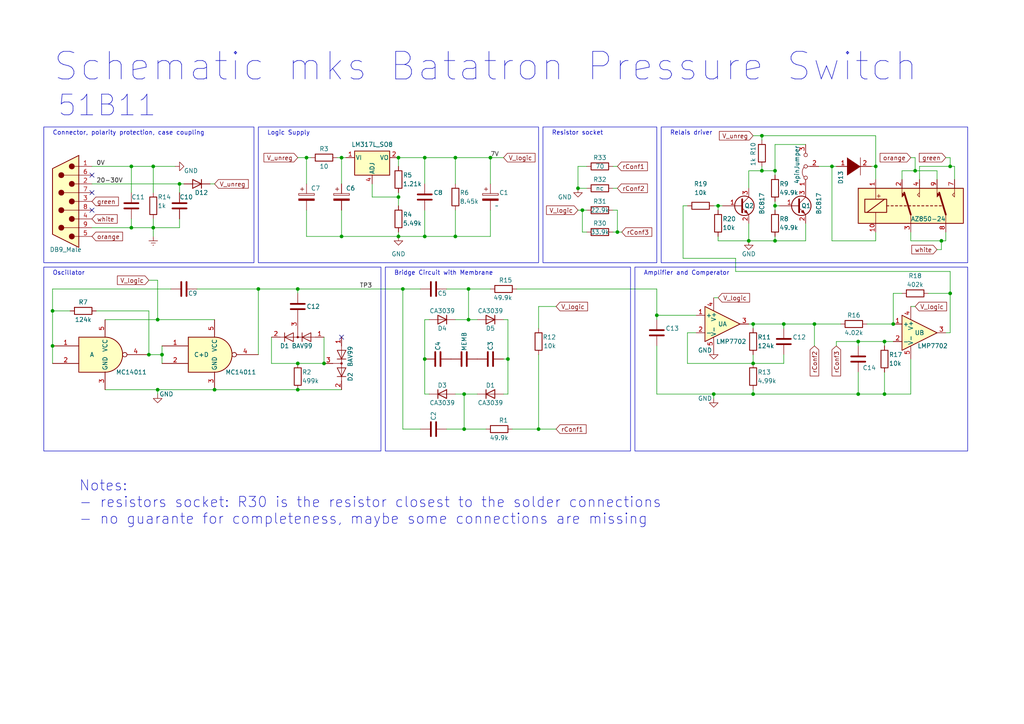
<source format=kicad_sch>
(kicad_sch (version 20230121) (generator eeschema)
  (paper "A4")
  (lib_symbols
    (symbol "74xGxx:74LVC1G00"
      (property "Reference" "U" (at -5.08 7.62 0))
      (property "Value" "74LVC1G00" (at 7.62 -7.62 0))
      (symbol "74LVC1G00_0_1"
        (arc (start 0 -5.08) (mid 5.0579 0) (end 0 5.08) (stroke (width 0.254)) (fill (type background)))
        (polyline (pts (xy 0 -5.08) (xy -7.62 -5.08) (xy -7.62 5.08) (xy 0 5.08)) (stroke (width 0.254)) (fill (type background)))
      )
      (symbol "74LVC1G00_1_1"
        (pin input line (at -15.24 2.54 0) (length 7.62) (name "~") (number "1"))
        (pin input line (at -15.24 -2.54 0) (length 7.62) (name "~") (number "2"))
        (pin power_in line (at 0 -10.16 90) (length 5.08) (name "GND") (number "3"))
        (pin output inverted (at 12.7 0 180) (length 7.62) (name "~") (number "4"))
        (pin power_in line (at 0 10.16 270) (length 5.08) (name "VCC") (number "5"))
      )
    )
    (symbol "Connector:DB9_Male" (pin_names (offset 1.016) hide)
      (property "Reference" "J" (at 0 13.97 0))
      (property "Value" "DB9_Male" (at 0 -14.605 0))
      (symbol "DB9_Male_0_1"
        (circle (center -1.778 -10.16) (radius 0.762) (fill (type outline)))
        (circle (center -1.778 -5.08) (radius 0.762) (fill (type outline)))
        (circle (center -1.778 0) (radius 0.762) (fill (type outline)))
        (circle (center -1.778 5.08) (radius 0.762) (fill (type outline)))
        (circle (center -1.778 10.16) (radius 0.762) (fill (type outline)))
        (polyline (pts (xy -3.81 -10.16) (xy -2.54 -10.16)))
        (polyline (pts (xy -3.81 -7.62) (xy 0.508 -7.62)))
        (polyline (pts (xy -3.81 -5.08) (xy -2.54 -5.08)))
        (polyline (pts (xy -3.81 -2.54) (xy 0.508 -2.54)))
        (polyline (pts (xy -3.81 0) (xy -2.54 0)))
        (polyline (pts (xy -3.81 2.54) (xy 0.508 2.54)))
        (polyline (pts (xy -3.81 5.08) (xy -2.54 5.08)))
        (polyline (pts (xy -3.81 7.62) (xy 0.508 7.62)))
        (polyline (pts (xy -3.81 10.16) (xy -2.54 10.16)))
        (polyline (pts (xy -3.81 -13.335) (xy -3.81 13.335) (xy 3.81 9.525) (xy 3.81 -9.525) (xy -3.81 -13.335)) (stroke (width 0.254)) (fill (type background)))
        (circle (center 1.27 -7.62) (radius 0.762) (fill (type outline)))
        (circle (center 1.27 -2.54) (radius 0.762) (fill (type outline)))
        (circle (center 1.27 2.54) (radius 0.762) (fill (type outline)))
        (circle (center 1.27 7.62) (radius 0.762) (fill (type outline)))
      )
      (symbol "DB9_Male_1_1"
        (pin passive line (at -7.62 -10.16 0) (length 3.81) (name "1") (number "1"))
        (pin passive line (at -7.62 -5.08 0) (length 3.81) (name "2") (number "2"))
        (pin passive line (at -7.62 0 0) (length 3.81) (name "3") (number "3"))
        (pin passive line (at -7.62 5.08 0) (length 3.81) (name "4") (number "4"))
        (pin passive line (at -7.62 10.16 0) (length 3.81) (name "5") (number "5"))
        (pin passive line (at -7.62 -7.62 0) (length 3.81) (name "6") (number "6"))
        (pin passive line (at -7.62 -2.54 0) (length 3.81) (name "7") (number "7"))
        (pin passive line (at -7.62 2.54 0) (length 3.81) (name "8") (number "8"))
        (pin passive line (at -7.62 7.62 0) (length 3.81) (name "9") (number "9"))
      )
    )
    (symbol "D_1" (pin_numbers hide) (pin_names (offset 1.016) hide)
      (property "Reference" "D" (at 0 2.54 0))
      (property "Value" "D" (at 0 -2.54 0))
      (symbol "D_1_0_1"
        (polyline (pts (xy -1.27 1.27) (xy -1.27 -1.27)) (stroke (width 0.254)))
        (polyline (pts (xy 1.27 0) (xy -1.27 0)))
        (polyline (pts (xy 1.27 1.27) (xy 1.27 -1.27) (xy -1.27 0) (xy 1.27 1.27)) (stroke (width 0.254)))
      )
      (symbol "D_1_1_1"
        (pin passive line (at -3.81 0 0) (length 2.54) (name "K") (number "1"))
        (pin passive line (at 3.81 0 180) (length 2.54) (name "A") (number "2"))
      )
    )
    (symbol "Device:C" (pin_numbers hide) (pin_names (offset 0.254))
      (property "Reference" "C" (at 0.635 2.54 0))
      (property "Value" "C" (at 0.635 -2.54 0))
      (symbol "C_0_1"
        (polyline (pts (xy -2.032 -0.762) (xy 2.032 -0.762)) (stroke (width 0.508)))
        (polyline (pts (xy -2.032 0.762) (xy 2.032 0.762)) (stroke (width 0.508)))
      )
      (symbol "C_1_1"
        (pin passive line (at 0 3.81 270) (length 2.794) (name "~") (number "1"))
        (pin passive line (at 0 -3.81 90) (length 2.794) (name "~") (number "2"))
      )
    )
    (symbol "Device:C_Polarized" (pin_numbers hide) (pin_names (offset 0.254))
      (property "Reference" "C" (at 0.635 2.54 0))
      (property "Value" "C_Polarized" (at 0.635 -2.54 0))
      (symbol "C_Polarized_0_1"
        (rectangle (start -2.286 0.508) (end 2.286 1.016))
        (polyline (pts (xy -1.778 2.286) (xy -0.762 2.286)))
        (polyline (pts (xy -1.27 2.794) (xy -1.27 1.778)))
        (rectangle (start 2.286 -0.508) (end -2.286 -1.016) (fill (type outline)))
      )
      (symbol "C_Polarized_1_1"
        (pin passive line (at 0 3.81 270) (length 2.794) (name "~") (number "1"))
        (pin passive line (at 0 -3.81 90) (length 2.794) (name "~") (number "2"))
      )
    )
    (symbol "Device:D" (pin_numbers hide) (pin_names (offset 1.016) hide)
      (property "Reference" "D" (at 0 2.54 0))
      (property "Value" "D" (at 0 -2.54 0))
      (symbol "D_0_1"
        (polyline (pts (xy -1.27 1.27) (xy -1.27 -1.27)) (stroke (width 0.254)))
        (polyline (pts (xy 1.27 0) (xy -1.27 0)))
        (polyline (pts (xy 1.27 1.27) (xy 1.27 -1.27) (xy -1.27 0) (xy 1.27 1.27)) (stroke (width 0.254)))
      )
      (symbol "D_1_1"
        (pin passive line (at -3.81 0 0) (length 2.54) (name "K") (number "1"))
        (pin passive line (at 3.81 0 180) (length 2.54) (name "A") (number "2"))
      )
    )
    (symbol "Device:R" (pin_numbers hide) (pin_names (offset 0))
      (property "Reference" "R" (at 2.032 0 90))
      (property "Value" "R" (at 0 0 90))
      (symbol "R_0_1"
        (rectangle (start -1.016 -2.54) (end 1.016 2.54) (stroke (width 0.254)))
      )
      (symbol "R_1_1"
        (pin passive line (at 0 3.81 270) (length 1.27) (name "~") (number "1"))
        (pin passive line (at 0 -3.81 90) (length 1.27) (name "~") (number "2"))
      )
    )
    (symbol "Diode:BAV99" (pin_names hide)
      (property "Reference" "D" (at 0 5.08 0))
      (property "Value" "BAV99" (at 0 2.54 0))
      (symbol "BAV99_0_1"
        (polyline (pts (xy -5.08 0) (xy 5.08 0)))
      )
      (symbol "BAV99_1_1"
        (polyline (pts (xy 0 0) (xy 0 -2.54)))
        (polyline (pts (xy -1.27 -1.27) (xy -1.27 1.27) (xy -1.27 1.27)) (stroke (width 0.2032)))
        (polyline (pts (xy 3.81 1.27) (xy 3.81 -1.27) (xy 3.81 -1.27)) (stroke (width 0.2032)))
        (polyline (pts (xy -3.81 1.27) (xy -1.27 0) (xy -3.81 -1.27) (xy -3.81 1.27) (xy -3.81 1.27) (xy -3.81 1.27)) (stroke (width 0.2032)))
        (polyline (pts (xy 1.27 1.27) (xy 3.81 0) (xy 1.27 -1.27) (xy 1.27 1.27) (xy 1.27 1.27) (xy 1.27 1.27)) (stroke (width 0.2032)))
        (circle (center 0 0) (radius 0.254) (fill (type outline)))
        (pin passive line (at -7.62 0 0) (length 2.54) (name "K") (number "1"))
        (pin passive line (at 7.62 0 180) (length 2.54) (name "A") (number "2"))
        (pin passive line (at 0 -5.08 90) (length 2.54) (name "K") (number "3"))
      )
    )
    (symbol "Jumper:Jumper_3_Bridged12" (pin_names (offset 0) hide)
      (property "Reference" "JP" (at -2.54 -2.54 0))
      (property "Value" "Jumper_3_Bridged12" (at 0 2.794 0))
      (symbol "Jumper_3_Bridged12_0_0"
        (circle (center -3.302 0) (radius 0.508))
        (circle (center 0 0) (radius 0.508))
        (circle (center 3.302 0) (radius 0.508))
      )
      (symbol "Jumper_3_Bridged12_0_1"
        (arc (start -0.254 0.508) (mid -1.651 0.9912) (end -3.048 0.508))
        (polyline (pts (xy 0 -1.27) (xy 0 -0.508)))
      )
      (symbol "Jumper_3_Bridged12_1_1"
        (pin passive line (at -6.35 0 0) (length 2.54) (name "A") (number "1"))
        (pin passive line (at 0 -3.81 90) (length 2.54) (name "C") (number "2"))
        (pin passive line (at 6.35 0 180) (length 2.54) (name "B") (number "3"))
      )
    )
    (symbol "Regulator_Linear:LM317L_SO8" (pin_names (offset 0.254))
      (property "Reference" "U" (at -3.81 3.175 0))
      (property "Value" "LM317L_SO8" (at 0 3.175 0))
      (symbol "LM317L_SO8_0_1"
        (rectangle (start -5.08 1.905) (end 5.08 -5.08) (stroke (width 0.254)) (fill (type background)))
      )
      (symbol "LM317L_SO8_1_1"
        (pin power_in line (at -7.62 0 0) (length 2.54) (name "VI") (number "1"))
        (pin power_out line (at 7.62 0 180) (length 2.54) (name "VO") (number "2"))
        (pin passive line (at 7.62 0 180) (length 2.54) hide (name "VO") (number "3"))
        (pin input line (at 0 -7.62 90) (length 2.54) (name "ADJ") (number "4"))
        (pin no_connect line (at -7.62 -2.54 0) (length 2.54) hide (name "NC") (number "5"))
        (pin passive line (at 7.62 0 180) (length 2.54) hide (name "VO") (number "6"))
        (pin passive line (at 7.62 0 180) (length 2.54) hide (name "VO") (number "7"))
        (pin no_connect line (at 7.62 -2.54 180) (length 2.54) hide (name "NC") (number "8"))
      )
    )
    (symbol "Relay:AZ850-x"
      (property "Reference" "K" (at 16.51 3.81 0))
      (property "Value" "AZ850-x" (at 16.51 1.27 0))
      (symbol "AZ850-x_0_0"
        (text "+" (at -9.271 2.921 0) (effects (font (size 1.27 1.27))))
      )
      (symbol "AZ850-x_0_1"
        (rectangle (start -15.24 5.08) (end 15.24 -5.08) (stroke (width 0.254)) (fill (type background)))
        (rectangle (start -13.335 1.905) (end -6.985 -1.905) (stroke (width 0.254)))
        (polyline (pts (xy -12.7 -1.905) (xy -7.62 1.905)) (stroke (width 0.254)))
        (polyline (pts (xy -10.16 -5.08) (xy -10.16 -1.905)))
        (polyline (pts (xy -10.16 5.08) (xy -10.16 1.905)))
        (polyline (pts (xy -6.985 0) (xy -6.35 0)) (stroke (width 0.254)))
        (polyline (pts (xy -5.715 0) (xy -5.08 0)) (stroke (width 0.254)))
        (polyline (pts (xy -4.445 0) (xy -3.81 0)) (stroke (width 0.254)))
        (polyline (pts (xy -3.175 0) (xy -2.54 0)) (stroke (width 0.254)))
        (polyline (pts (xy -1.905 0) (xy -1.27 0)) (stroke (width 0.254)))
        (polyline (pts (xy -0.635 0) (xy 0 0)) (stroke (width 0.254)))
        (polyline (pts (xy 0 -2.54) (xy -1.905 3.81)) (stroke (width 0.508)))
        (polyline (pts (xy 0 -2.54) (xy 0 -5.08)))
        (polyline (pts (xy 0.635 0) (xy 1.27 0)) (stroke (width 0.254)))
        (polyline (pts (xy 1.905 0) (xy 2.54 0)) (stroke (width 0.254)))
        (polyline (pts (xy 3.175 0) (xy 3.81 0)) (stroke (width 0.254)))
        (polyline (pts (xy 4.445 0) (xy 5.08 0)) (stroke (width 0.254)))
        (polyline (pts (xy 5.715 0) (xy 6.35 0)) (stroke (width 0.254)))
        (polyline (pts (xy 6.985 0) (xy 7.62 0)) (stroke (width 0.254)))
        (polyline (pts (xy 8.255 0) (xy 8.89 0)) (stroke (width 0.254)))
        (polyline (pts (xy 10.16 -2.54) (xy 8.255 3.81)) (stroke (width 0.508)))
        (polyline (pts (xy 10.16 -2.54) (xy 10.16 -5.08)))
        (polyline (pts (xy -2.54 5.08) (xy -2.54 2.54) (xy -1.905 3.175) (xy -2.54 3.81)) (fill (type outline)))
        (polyline (pts (xy 2.54 5.08) (xy 2.54 2.54) (xy 1.905 3.175) (xy 2.54 3.81)))
        (polyline (pts (xy 7.62 5.08) (xy 7.62 2.54) (xy 8.255 3.175) (xy 7.62 3.81)) (fill (type outline)))
        (polyline (pts (xy 12.7 5.08) (xy 12.7 2.54) (xy 12.065 3.175) (xy 12.7 3.81)))
      )
      (symbol "AZ850-x_1_1"
        (pin passive line (at -10.16 7.62 270) (length 2.54) (name "~") (number "1"))
        (pin passive line (at -10.16 -7.62 90) (length 2.54) (name "~") (number "10"))
        (pin passive line (at -2.54 7.62 270) (length 2.54) (name "~") (number "2"))
        (pin passive line (at 0 -7.62 90) (length 2.54) (name "~") (number "3"))
        (pin passive line (at 2.54 7.62 270) (length 2.54) (name "~") (number "4"))
        (pin passive line (at 12.7 7.62 270) (length 2.54) (name "~") (number "7"))
        (pin passive line (at 10.16 -7.62 90) (length 2.54) (name "~") (number "8"))
        (pin passive line (at 7.62 7.62 270) (length 2.54) (name "~") (number "9"))
      )
    )
    (symbol "Transistor_BJT:BC817" (pin_names (offset 0) hide)
      (property "Reference" "Q" (at 5.08 1.905 0))
      (property "Value" "BC817" (at 5.08 0 0))
      (symbol "BC817_0_1"
        (polyline (pts (xy 0.635 0.635) (xy 2.54 2.54)))
        (polyline (pts (xy 0.635 -0.635) (xy 2.54 -2.54) (xy 2.54 -2.54)))
        (polyline (pts (xy 0.635 1.905) (xy 0.635 -1.905) (xy 0.635 -1.905)) (stroke (width 0.508)))
        (polyline (pts (xy 1.27 -1.778) (xy 1.778 -1.27) (xy 2.286 -2.286) (xy 1.27 -1.778) (xy 1.27 -1.778)) (fill (type outline)))
        (circle (center 1.27 0) (radius 2.8194) (stroke (width 0.254)))
      )
      (symbol "BC817_1_1"
        (pin input line (at -5.08 0 0) (length 5.715) (name "B") (number "1"))
        (pin passive line (at 2.54 -5.08 90) (length 2.54) (name "E") (number "2"))
        (pin passive line (at 2.54 5.08 270) (length 2.54) (name "C") (number "3"))
      )
    )
    (symbol "power:Earth" (power) (pin_names (offset 0))
      (symbol "Earth_0_1"
        (polyline (pts (xy -0.635 -1.905) (xy 0.635 -1.905)))
        (polyline (pts (xy -0.127 -2.54) (xy 0.127 -2.54)))
        (polyline (pts (xy 0 -1.27) (xy 0 0)))
        (polyline (pts (xy 1.27 -1.27) (xy -1.27 -1.27)))
      )
      (symbol "Earth_1_1"
        (pin power_in line (at 0 0 270) (length 0) hide (name "Earth") (number "1"))
      )
    )
    (symbol "power:GND" (power) (pin_names (offset 0))
      (property "Value" "GND" (at 0 -3.81 0))
      (symbol "GND_0_1"
        (polyline (pts (xy 0 0) (xy 0 -1.27) (xy 1.27 -1.27) (xy 0 -2.54) (xy -1.27 -1.27) (xy 0 -1.27)))
      )
      (symbol "GND_1_1"
        (pin power_in line (at 0 0 270) (length 0) hide (name "GND") (number "1"))
      )
    )
    (symbol "pspice:DIODE" (pin_names (offset 1.016) hide)
      (property "Reference" "D" (at 0 3.81 0))
      (property "Value" "DIODE" (at 0 -4.445 0))
      (symbol "DIODE_0_1"
        (polyline (pts (xy 1.905 2.54) (xy 1.905 -2.54)))
        (polyline (pts (xy -1.905 2.54) (xy -1.905 -2.54) (xy 1.905 0)) (fill (type outline)))
      )
      (symbol "DIODE_1_1"
        (pin input line (at -5.08 0 0) (length 3.81) (name "K") (number "1"))
        (pin input line (at 5.08 0 180) (length 3.81) (name "A") (number "2"))
      )
    )
    (symbol "pspice:OPAMP" (pin_names (offset 0.254))
      (property "Reference" "U" (at 3.81 3.175 0))
      (property "Value" "OPAMP" (at 3.81 -3.175 0))
      (symbol "OPAMP_0_1"
        (polyline (pts (xy 5.08 0) (xy -5.08 5.08) (xy -5.08 -5.08) (xy 5.08 0)) (stroke (width 0.254)) (fill (type background)))
      )
      (symbol "OPAMP_1_1"
        (pin input line (at -7.62 2.54 0) (length 2.54) (name "+") (number "1"))
        (pin input line (at -7.62 -2.54 0) (length 2.54) (name "-") (number "2"))
        (pin output line (at 7.62 0 180) (length 2.54) (name "~") (number "3"))
        (pin power_in line (at -2.54 7.62 270) (length 3.81) (name "V+") (number "4"))
        (pin power_in line (at -2.54 -7.62 90) (length 3.81) (name "V-") (number "5"))
      )
    )
  )
  (junction (at 156.21 124.46))
  (junction (at 134.62 124.46))
  (junction (at 45.72 113.03))
  (junction (at 135.89 92.71))
  (junction (at 168.91 60.96))
  (junction (at 86.36 105.41))
  (junction (at 38.1 66.04))
  (junction (at 45.72 92.71))
  (junction (at 132.08 45.72))
  (junction (at 254 48.26))
  (junction (at 52.07 53.34))
  (junction (at 116.84 83.82))
  (junction (at 275.59 85.09))
  (junction (at 88.9 45.72))
  (junction (at 190.5 91.44))
  (junction (at 115.57 57.15))
  (junction (at 115.57 68.58))
  (junction (at 167.64 54.61))
  (junction (at 86.36 83.82))
  (junction (at 207.01 114.3))
  (junction (at 46.99 102.87))
  (junction (at 132.08 68.58))
  (junction (at 218.44 93.98))
  (junction (at 62.23 113.03))
  (junction (at 74.93 83.82))
  (junction (at 147.32 104.14))
  (junction (at 142.24 45.72))
  (junction (at 123.19 45.72))
  (junction (at 256.54 99.06))
  (junction (at 44.45 48.26))
  (junction (at 241.3 48.26))
  (junction (at 123.19 104.14))
  (junction (at 248.92 114.3))
  (junction (at 218.44 105.41))
  (junction (at 224.79 69.85))
  (junction (at 236.22 93.98))
  (junction (at 256.54 114.3))
  (junction (at 275.59 48.26))
  (junction (at 227.33 93.98))
  (junction (at 99.06 45.72))
  (junction (at 15.24 90.17))
  (junction (at 273.05 69.85))
  (junction (at 43.18 102.87))
  (junction (at 224.79 49.53))
  (junction (at 15.24 100.33))
  (junction (at 38.1 48.26))
  (junction (at 99.06 68.58))
  (junction (at 220.98 39.37))
  (junction (at 248.92 99.06))
  (junction (at 115.57 45.72))
  (junction (at 44.45 66.04))
  (junction (at 93.98 105.41))
  (junction (at 218.44 114.3))
  (junction (at 224.79 59.69))
  (junction (at 265.43 49.53))
  (junction (at 220.98 49.53))
  (junction (at 135.89 83.82))
  (junction (at 217.17 69.85))
  (junction (at 208.28 59.69))
  (junction (at 86.36 113.03))
  (junction (at 259.08 93.98))
  (junction (at 123.19 68.58))
  (junction (at 179.07 67.31))
  (junction (at 134.62 114.3))
  (no_connect (at 99.06 97.79))
  (no_connect (at 26.67 55.88))
  (no_connect (at 26.67 50.8))
  (no_connect (at 26.67 60.96))
  (wire (pts (xy 156.21 102.87) (xy 156.21 124.46)))
  (wire (pts (xy 217.17 54.61) (xy 217.17 49.53)))
  (wire (pts (xy 99.06 68.58) (xy 115.57 68.58)))
  (wire (pts (xy 129.54 124.46) (xy 134.62 124.46)))
  (wire (pts (xy 264.16 104.14) (xy 264.16 114.3)))
  (wire (pts (xy 199.39 96.52) (xy 199.39 105.41)))
  (wire (pts (xy 46.99 102.87) (xy 46.99 105.41)))
  (wire (pts (xy 218.44 114.3) (xy 207.01 114.3)))
  (wire (pts (xy 168.91 67.31) (xy 170.18 67.31)))
  (wire (pts (xy 248.92 114.3) (xy 256.54 114.3)))
  (wire (pts (xy 248.92 100.33) (xy 248.92 99.06)))
  (wire (pts (xy 273.05 69.85) (xy 264.16 69.85)))
  (wire (pts (xy 15.24 90.17) (xy 15.24 100.33)))
  (wire (pts (xy 236.22 93.98) (xy 243.84 93.98)))
  (wire (pts (xy 116.84 124.46) (xy 121.92 124.46)))
  (wire (pts (xy 220.98 49.53) (xy 224.79 49.53)))
  (wire (pts (xy 227.33 105.41) (xy 227.33 102.87)))
  (wire (pts (xy 273.05 69.85) (xy 273.05 72.39)))
  (wire (pts (xy 86.36 83.82) (xy 116.84 83.82)))
  (wire (pts (xy 217.17 93.98) (xy 218.44 93.98)))
  (wire (pts (xy 45.72 113.03) (xy 62.23 113.03)))
  (wire (pts (xy 248.92 114.3) (xy 248.92 107.95)))
  (wire (pts (xy 275.59 78.74) (xy 213.36 78.74)))
  (wire (pts (xy 254 39.37) (xy 220.98 39.37)))
  (wire (pts (xy 213.36 74.93) (xy 213.36 78.74)))
  (wire (pts (xy 167.64 48.26) (xy 170.18 48.26)))
  (wire (pts (xy 135.89 92.71) (xy 138.43 92.71)))
  (wire (pts (xy 190.5 91.44) (xy 201.93 91.44)))
  (wire (pts (xy 256.54 114.3) (xy 264.16 114.3)))
  (wire (pts (xy 217.17 64.77) (xy 217.17 69.85)))
  (wire (pts (xy 62.23 113.03) (xy 86.36 113.03)))
  (wire (pts (xy 208.28 59.69) (xy 209.55 59.69)))
  (wire (pts (xy 156.21 124.46) (xy 161.29 124.46)))
  (wire (pts (xy 273.05 69.85) (xy 274.32 69.85)))
  (wire (pts (xy 266.7 48.26) (xy 275.59 48.26)))
  (wire (pts (xy 224.79 50.8) (xy 224.79 49.53)))
  (wire (pts (xy 254 67.31) (xy 254 69.85)))
  (wire (pts (xy 38.1 66.04) (xy 26.67 66.04)))
  (wire (pts (xy 199.39 59.69) (xy 198.12 59.69)))
  (wire (pts (xy 147.32 114.3) (xy 147.32 104.14)))
  (wire (pts (xy 266.7 52.07) (xy 266.7 48.26)))
  (wire (pts (xy 254 48.26) (xy 254 52.07)))
  (wire (pts (xy 261.62 49.53) (xy 265.43 49.53)))
  (wire (pts (xy 180.34 67.31) (xy 179.07 67.31)))
  (wire (pts (xy 177.8 48.26) (xy 179.07 48.26)))
  (wire (pts (xy 177.8 67.31) (xy 179.07 67.31)))
  (wire (pts (xy 208.28 69.85) (xy 208.28 68.58)))
  (wire (pts (xy 218.44 93.98) (xy 227.33 93.98)))
  (wire (pts (xy 86.36 45.72) (xy 88.9 45.72)))
  (wire (pts (xy 208.28 69.85) (xy 217.17 69.85)))
  (wire (pts (xy 52.07 53.34) (xy 52.07 55.88)))
  (wire (pts (xy 45.72 113.03) (xy 30.48 113.03)))
  (wire (pts (xy 78.74 105.41) (xy 78.74 97.79)))
  (wire (pts (xy 132.08 53.34) (xy 132.08 45.72)))
  (wire (pts (xy 264.16 45.72) (xy 265.43 45.72)))
  (wire (pts (xy 156.21 88.9) (xy 156.21 95.25)))
  (wire (pts (xy 123.19 68.58) (xy 123.19 60.96)))
  (wire (pts (xy 275.59 85.09) (xy 275.59 78.74)))
  (wire (pts (xy 30.48 92.71) (xy 45.72 92.71)))
  (wire (pts (xy 149.86 83.82) (xy 190.5 83.82)))
  (wire (pts (xy 88.9 60.96) (xy 88.9 68.58)))
  (wire (pts (xy 264.16 67.31) (xy 264.16 69.85)))
  (wire (pts (xy 220.98 39.37) (xy 220.98 40.64)))
  (wire (pts (xy 100.33 45.72) (xy 99.06 45.72)))
  (wire (pts (xy 123.19 114.3) (xy 123.19 104.14)))
  (wire (pts (xy 218.44 105.41) (xy 218.44 102.87)))
  (wire (pts (xy 224.79 69.85) (xy 233.68 69.85)))
  (wire (pts (xy 179.07 60.96) (xy 177.8 60.96)))
  (wire (pts (xy 208.28 59.69) (xy 207.01 59.69)))
  (wire (pts (xy 224.79 41.91) (xy 233.68 41.91)))
  (wire (pts (xy 265.43 49.53) (xy 271.78 49.53)))
  (wire (pts (xy 271.78 49.53) (xy 271.78 52.07)))
  (wire (pts (xy 132.08 45.72) (xy 142.24 45.72)))
  (wire (pts (xy 26.67 53.34) (xy 52.07 53.34)))
  (wire (pts (xy 88.9 68.58) (xy 99.06 68.58)))
  (wire (pts (xy 62.23 53.34) (xy 60.96 53.34)))
  (wire (pts (xy 46.99 100.33) (xy 46.99 102.87)))
  (wire (pts (xy 123.19 45.72) (xy 123.19 53.34)))
  (wire (pts (xy 265.43 88.9) (xy 264.16 88.9)))
  (wire (pts (xy 115.57 45.72) (xy 123.19 45.72)))
  (wire (pts (xy 256.54 107.95) (xy 256.54 114.3)))
  (wire (pts (xy 242.57 99.06) (xy 248.92 99.06)))
  (wire (pts (xy 142.24 60.96) (xy 142.24 68.58)))
  (wire (pts (xy 142.24 45.72) (xy 146.05 45.72)))
  (wire (pts (xy 167.64 60.96) (xy 168.91 60.96)))
  (wire (pts (xy 199.39 105.41) (xy 218.44 105.41)))
  (wire (pts (xy 88.9 45.72) (xy 88.9 53.34)))
  (wire (pts (xy 236.22 93.98) (xy 236.22 100.33)))
  (wire (pts (xy 99.06 60.96) (xy 99.06 68.58)))
  (wire (pts (xy 146.05 104.14) (xy 147.32 104.14)))
  (wire (pts (xy 274.32 45.72) (xy 275.59 45.72)))
  (wire (pts (xy 15.24 90.17) (xy 20.32 90.17)))
  (wire (pts (xy 74.93 83.82) (xy 86.36 83.82)))
  (wire (pts (xy 86.36 105.41) (xy 93.98 105.41)))
  (wire (pts (xy 44.45 68.58) (xy 44.45 66.04)))
  (wire (pts (xy 146.05 114.3) (xy 147.32 114.3)))
  (wire (pts (xy 190.5 114.3) (xy 207.01 114.3)))
  (wire (pts (xy 198.12 59.69) (xy 198.12 74.93)))
  (wire (pts (xy 134.62 124.46) (xy 134.62 114.3)))
  (wire (pts (xy 190.5 83.82) (xy 190.5 91.44)))
  (wire (pts (xy 74.93 83.82) (xy 74.93 102.87)))
  (wire (pts (xy 251.46 93.98) (xy 259.08 93.98)))
  (wire (pts (xy 190.5 91.44) (xy 190.5 92.71)))
  (wire (pts (xy 220.98 48.26) (xy 220.98 49.53)))
  (wire (pts (xy 123.19 68.58) (xy 132.08 68.58)))
  (wire (pts (xy 43.18 90.17) (xy 27.94 90.17)))
  (wire (pts (xy 49.53 83.82) (xy 15.24 83.82)))
  (wire (pts (xy 134.62 114.3) (xy 132.08 114.3)))
  (wire (pts (xy 134.62 114.3) (xy 138.43 114.3)))
  (wire (pts (xy 224.79 58.42) (xy 224.79 59.69)))
  (wire (pts (xy 132.08 92.71) (xy 135.89 92.71)))
  (wire (pts (xy 44.45 48.26) (xy 44.45 55.88)))
  (wire (pts (xy 227.33 93.98) (xy 236.22 93.98)))
  (wire (pts (xy 241.3 48.26) (xy 241.3 69.85)))
  (wire (pts (xy 224.79 59.69) (xy 224.79 60.96)))
  (wire (pts (xy 78.74 105.41) (xy 86.36 105.41)))
  (wire (pts (xy 44.45 63.5) (xy 44.45 66.04)))
  (wire (pts (xy 43.18 102.87) (xy 46.99 102.87)))
  (wire (pts (xy 129.54 83.82) (xy 135.89 83.82)))
  (wire (pts (xy 132.08 60.96) (xy 132.08 68.58)))
  (wire (pts (xy 207.01 115.57) (xy 207.01 114.3)))
  (wire (pts (xy 271.78 72.39) (xy 273.05 72.39)))
  (wire (pts (xy 233.68 64.77) (xy 233.68 69.85)))
  (wire (pts (xy 107.95 53.34) (xy 107.95 57.15)))
  (wire (pts (xy 50.8 48.26) (xy 44.45 48.26)))
  (wire (pts (xy 198.12 74.93) (xy 213.36 74.93)))
  (wire (pts (xy 261.62 52.07) (xy 261.62 49.53)))
  (wire (pts (xy 116.84 124.46) (xy 116.84 83.82)))
  (wire (pts (xy 45.72 113.03) (xy 45.72 114.3)))
  (wire (pts (xy 123.19 92.71) (xy 123.19 104.14)))
  (wire (pts (xy 115.57 48.26) (xy 115.57 45.72)))
  (wire (pts (xy 156.21 124.46) (xy 148.59 124.46)))
  (wire (pts (xy 132.08 68.58) (xy 142.24 68.58)))
  (wire (pts (xy 167.64 54.61) (xy 170.18 54.61)))
  (wire (pts (xy 57.15 83.82) (xy 74.93 83.82)))
  (wire (pts (xy 224.79 41.91) (xy 224.79 49.53)))
  (wire (pts (xy 116.84 83.82) (xy 121.92 83.82)))
  (wire (pts (xy 217.17 69.85) (xy 224.79 69.85)))
  (wire (pts (xy 252.73 48.26) (xy 254 48.26)))
  (wire (pts (xy 99.06 53.34) (xy 99.06 45.72)))
  (wire (pts (xy 179.07 54.61) (xy 177.8 54.61)))
  (wire (pts (xy 237.49 48.26) (xy 241.3 48.26)))
  (wire (pts (xy 124.46 92.71) (xy 123.19 92.71)))
  (wire (pts (xy 242.57 100.33) (xy 242.57 99.06)))
  (wire (pts (xy 199.39 96.52) (xy 201.93 96.52)))
  (wire (pts (xy 86.36 113.03) (xy 99.06 113.03)))
  (wire (pts (xy 220.98 49.53) (xy 217.17 49.53)))
  (wire (pts (xy 218.44 114.3) (xy 218.44 113.03)))
  (wire (pts (xy 218.44 114.3) (xy 248.92 114.3)))
  (wire (pts (xy 227.33 95.25) (xy 227.33 93.98)))
  (wire (pts (xy 275.59 85.09) (xy 275.59 96.52)))
  (wire (pts (xy 43.18 81.28) (xy 45.72 81.28)))
  (wire (pts (xy 179.07 67.31) (xy 179.07 60.96)))
  (wire (pts (xy 115.57 68.58) (xy 123.19 68.58)))
  (wire (pts (xy 276.86 48.26) (xy 276.86 52.07)))
  (wire (pts (xy 38.1 48.26) (xy 26.67 48.26)))
  (wire (pts (xy 134.62 124.46) (xy 140.97 124.46)))
  (wire (pts (xy 224.79 59.69) (xy 226.06 59.69)))
  (wire (pts (xy 241.3 69.85) (xy 254 69.85)))
  (wire (pts (xy 274.32 69.85) (xy 274.32 67.31)))
  (wire (pts (xy 190.5 100.33) (xy 190.5 114.3)))
  (wire (pts (xy 248.92 99.06) (xy 256.54 99.06)))
  (wire (pts (xy 88.9 45.72) (xy 90.17 45.72)))
  (wire (pts (xy 147.32 92.71) (xy 146.05 92.71)))
  (wire (pts (xy 269.24 85.09) (xy 275.59 85.09)))
  (wire (pts (xy 208.28 60.96) (xy 208.28 59.69)))
  (wire (pts (xy 261.62 85.09) (xy 259.08 85.09)))
  (wire (pts (xy 43.18 90.17) (xy 43.18 102.87)))
  (wire (pts (xy 275.59 48.26) (xy 276.86 48.26)))
  (wire (pts (xy 45.72 81.28) (xy 45.72 92.71)))
  (wire (pts (xy 52.07 63.5) (xy 52.07 66.04)))
  (wire (pts (xy 115.57 68.58) (xy 115.57 67.31)))
  (wire (pts (xy 124.46 114.3) (xy 123.19 114.3)))
  (wire (pts (xy 52.07 66.04) (xy 44.45 66.04)))
  (wire (pts (xy 218.44 105.41) (xy 227.33 105.41)))
  (wire (pts (xy 107.95 57.15) (xy 115.57 57.15)))
  (wire (pts (xy 115.57 57.15) (xy 115.57 59.69)))
  (wire (pts (xy 218.44 39.37) (xy 220.98 39.37)))
  (wire (pts (xy 161.29 88.9) (xy 156.21 88.9)))
  (wire (pts (xy 265.43 45.72) (xy 265.43 49.53)))
  (wire (pts (xy 256.54 100.33) (xy 256.54 99.06)))
  (wire (pts (xy 38.1 48.26) (xy 44.45 48.26)))
  (wire (pts (xy 15.24 83.82) (xy 15.24 90.17)))
  (wire (pts (xy 123.19 45.72) (xy 132.08 45.72)))
  (wire (pts (xy 86.36 85.09) (xy 86.36 83.82)))
  (wire (pts (xy 275.59 45.72) (xy 275.59 48.26)))
  (wire (pts (xy 168.91 60.96) (xy 170.18 60.96)))
  (wire (pts (xy 52.07 53.34) (xy 53.34 53.34)))
  (wire (pts (xy 135.89 92.71) (xy 135.89 83.82)))
  (wire (pts (xy 242.57 48.26) (xy 241.3 48.26)))
  (wire (pts (xy 256.54 99.06) (xy 259.08 99.06)))
  (wire (pts (xy 135.89 83.82) (xy 142.24 83.82)))
  (wire (pts (xy 38.1 66.04) (xy 44.45 66.04)))
  (wire (pts (xy 168.91 60.96) (xy 168.91 67.31)))
  (wire (pts (xy 275.59 96.52) (xy 274.32 96.52)))
  (wire (pts (xy 254 48.26) (xy 254 39.37)))
  (wire (pts (xy 218.44 95.25) (xy 218.44 93.98)))
  (wire (pts (xy 147.32 104.14) (xy 147.32 92.71)))
  (wire (pts (xy 45.72 92.71) (xy 62.23 92.71)))
  (wire (pts (xy 208.28 86.36) (xy 207.01 86.36)))
  (wire (pts (xy 38.1 48.26) (xy 38.1 55.88)))
  (wire (pts (xy 97.79 45.72) (xy 99.06 45.72)))
  (wire (pts (xy 142.24 45.72) (xy 142.24 53.34)))
  (wire (pts (xy 167.64 48.26) (xy 167.64 54.61)))
  (wire (pts (xy 38.1 63.5) (xy 38.1 66.04)))
  (wire (pts (xy 93.98 97.79) (xy 93.98 105.41)))
  (wire (pts (xy 115.57 55.88) (xy 115.57 57.15)))
  (wire (pts (xy 15.24 100.33) (xy 15.24 105.41)))
  (wire (pts (xy 259.08 85.09) (xy 259.08 93.98)))
  (wire (pts (xy 224.79 68.58) (xy 224.79 69.85)))
  (rectangle (start 111.76 77.47) (end 182.88 130.81))
  (rectangle (start 191.77 36.83) (end 280.67 76.2))
  (rectangle (start 157.48 36.83) (end 190.5 76.2))
  (rectangle (start 184.15 77.47) (end 280.67 130.81))
  (rectangle (start 12.7 77.47) (end 110.49 130.81))
  (rectangle (start 12.7 36.83) (end 73.66 76.2))
  (rectangle (start 74.93 36.83) (end 156.21 76.2))
  (text "Bridge Circuit with Membrane" (at 114.3 80.01 0) (effects (font (size 1.27 1.27)) (justify left bottom)))
  (text "Relais driver" (at 194.31 39.37 0) (effects (font (size 1.27 1.27)) (justify left bottom)))
  (text "Amplifier and Comperator" (at 186.69 80.01 0) (effects (font (size 1.27 1.27)) (justify left bottom)))
  (text "Schematic mks Batatron Pressure Switch" (at 15.24 24.13 0) (effects (font (size 8 8)) (justify left bottom)))
  (text "Resistor socket" (at 160.02 39.37 0) (effects (font (size 1.27 1.27)) (justify left bottom)))
  (text "Oscillator\n" (at 15.24 80.01 0) (effects (font (size 1.27 1.27)) (justify left bottom)))
  (text "Connector, polarity protection, case coupling\n" (at 15.24 39.37 0) (effects (font (size 1.27 1.27)) (justify left bottom)))
  (text "Notes:\n- resistors socket: R30 is the resistor closest to the solder connections\n- no guarante for completeness, maybe some connections are missing" (at 22.86 152.4 0) (effects (font (size 3 3)) (justify left bottom)))
  (text "Logic Supply\n" (at 77.47 39.37 0) (effects (font (size 1.27 1.27)) (justify left bottom)))
  (text "51B11" (at 16.51 34.29 0) (effects (font (size 6 6)) (justify left bottom)))
  (label "TP3" (at 107.95 83.82 180))
  (label "0V" (at 27.94 48.26 0))
  (label "7V" (at 142.24 45.72 0))
  (label "20-30V" (at 27.94 53.34 0))
  (global_label "V_logic" (shape input) (at 265.43 88.9 0) (property "Intersheetrefs" "${INTERSHEET_REFS}" (effects hide)))
  (global_label "V_logic" (shape input) (at 43.18 81.28 180) (property "Intersheetrefs" "${INTERSHEET_REFS}" (effects hide)))
  (global_label "rConf3" (shape input) (at 180.34 67.31 0) (property "Intersheetrefs" "${INTERSHEET_REFS}" (effects hide)))
  (global_label "V_logic" (shape input) (at 208.28 86.36 0) (property "Intersheetrefs" "${INTERSHEET_REFS}" (effects hide)))
  (global_label "V_logic" (shape input) (at 146.05 45.72 0) (property "Intersheetrefs" "${INTERSHEET_REFS}" (effects hide)))
  (global_label "green" (shape input) (at 274.32 45.72 180) (property "Intersheetrefs" "${INTERSHEET_REFS}" (effects hide)))
  (global_label "V_unreg" (shape input) (at 86.36 45.72 180) (property "Intersheetrefs" "${INTERSHEET_REFS}" (effects hide)))
  (global_label "orange" (shape input) (at 264.16 45.72 180) (property "Intersheetrefs" "${INTERSHEET_REFS}" (effects hide)))
  (global_label "rConf2" (shape input) (at 236.22 100.33 270) (property "Intersheetrefs" "${INTERSHEET_REFS}" (effects hide)))
  (global_label "V_logic" (shape input) (at 167.64 60.96 180) (property "Intersheetrefs" "${INTERSHEET_REFS}" (effects hide)))
  (global_label "white" (shape input) (at 26.67 63.5 0) (property "Intersheetrefs" "${INTERSHEET_REFS}" (effects hide)))
  (global_label "rConf2" (shape input) (at 179.07 54.61 0) (property "Intersheetrefs" "${INTERSHEET_REFS}" (effects hide)))
  (global_label "white" (shape input) (at 271.78 72.39 180) (property "Intersheetrefs" "${INTERSHEET_REFS}" (effects hide)))
  (global_label "V_logic" (shape input) (at 161.29 88.9 0) (property "Intersheetrefs" "${INTERSHEET_REFS}" (effects hide)))
  (global_label "rConf1" (shape input) (at 161.29 124.46 0) (property "Intersheetrefs" "${INTERSHEET_REFS}" (effects hide)))
  (global_label "V_unreg" (shape input) (at 62.23 53.34 0) (property "Intersheetrefs" "${INTERSHEET_REFS}" (effects hide)))
  (global_label "green" (shape input) (at 26.67 58.42 0) (property "Intersheetrefs" "${INTERSHEET_REFS}" (effects hide)))
  (global_label "V_unreg" (shape input) (at 218.44 39.37 180) (property "Intersheetrefs" "${INTERSHEET_REFS}" (effects hide)))
  (global_label "rConf1" (shape input) (at 179.07 48.26 0) (property "Intersheetrefs" "${INTERSHEET_REFS}" (effects hide)))
  (global_label "rConf3" (shape input) (at 242.57 100.33 270) (property "Intersheetrefs" "${INTERSHEET_REFS}" (effects hide)))
  (global_label "orange" (shape input) (at 26.67 68.58 0) (property "Intersheetrefs" "${INTERSHEET_REFS}" (effects hide)))
  (symbol (lib_id "Device:C") (at 190.5 96.52 0) (unit 1)
    (property "Reference" "C13" (at 193.04 95.25 0) (effects (justify left)))
    (property "Value" "C" (effects hide))
  )
  (symbol (lib_id "Device:R") (at 93.98 45.72 90) (unit 1)
    (property "Reference" "R3" (at 93.98 43.18 90))
    (property "Value" "10" (at 93.98 48.26 90))
  )
  (symbol (lib_id "Device:C") (at 134.62 104.14 90) (unit 1)
    (property "Reference" "MEMB" (at 134.62 99.06 0))
    (property "Value" "C" (effects hide))
  )
  (symbol (lib_id "Device:D") (at 128.27 92.71 180) (unit 1)
    (property "Reference" "D4" (at 128.27 95.25 0))
    (property "Value" "CA3039" (at 128.27 90.17 0))
  )
  (symbol (lib_id "Transistor_BJT:BC817") (at 214.63 59.69 0) (unit 1)
    (property "Reference" "Q2" (at 215.9 59.69 0) (effects (justify left)))
    (property "Value" "BC817" (at 220.98 62.23 90) (effects (justify left)))
    (property "Footprint" "Package_TO_SOT_SMD:SOT-23" (effects hide))
    (property "Datasheet" "https://www.onsemi.com/pub/Collateral/BC818-D.pdf" (effects hide))
  )
  (symbol (lib_id "Device:R") (at 173.99 67.31 90) (unit 1)
    (property "Reference" "R30" (at 173.99 64.77 90))
    (property "Value" "33.9k" (at 173.99 67.31 90))
  )
  (symbol (lib_id "Device:R") (at 256.54 104.14 180) (unit 1)
    (property "Reference" "R17" (at 257.81 102.87 0) (effects (justify right)))
    (property "Value" "10k" (at 257.81 105.41 0) (effects (justify right)))
  )
  (symbol (lib_id "Device:R") (at 115.57 52.07 0) (unit 1)
    (property "Reference" "R5" (at 116.84 50.8 0) (effects (justify left)))
    (property "Value" "1.21k" (at 116.84 53.34 0) (effects (justify left)))
  )
  (symbol (lib_id "Device:C") (at 227.33 99.06 0) (unit 1)
    (property "Reference" "C12" (at 229.87 97.79 0) (effects (justify left)))
    (property "Value" "C" (effects hide))
  )
  (symbol (lib_id "power:GND") (at 45.72 114.3 0) (unit 1)
    (property "Reference" "#PWR05" (effects hide))
    (property "Value" "GND" (at 48.26 114.3 0))
  )
  (symbol (lib_id "Device:R") (at 220.98 44.45 0) (unit 1)
    (property "Reference" "R10" (at 218.44 43.18 90))
    (property "Value" "1k" (at 218.44 46.99 90))
  )
  (symbol (lib_id "74xGxx:74LVC1G00") (at 30.48 102.87 0) (unit 1)
    (property "Reference" "A" (at 26.67 102.87 0))
    (property "Value" "MC14011" (at 38.1 107.95 0))
    (property "Datasheet" "https://www.ti.com/lit/ds/symlink/sn74lvc1g00.pdf" (effects hide))
  )
  (symbol (lib_id "Device:R") (at 224.79 54.61 0) (unit 1)
    (property "Reference" "R9" (at 226.06 53.34 0) (effects (justify left)))
    (property "Value" "49.9k" (at 226.06 55.88 0) (effects (justify left)))
  )
  (symbol (lib_id "Device:D") (at 142.24 114.3 0) (unit 1)
    (property "Reference" "D1" (at 142.24 111.76 0))
    (property "Value" "CA3039" (at 142.24 116.84 0))
  )
  (symbol (lib_id "Device:R") (at 208.28 64.77 0) (unit 1)
    (property "Reference" "R20" (at 209.55 63.5 0) (effects (justify left)))
    (property "Value" "10k" (at 209.55 66.04 0) (effects (justify left)))
  )
  (symbol (lib_id "power:GND") (at 50.8 48.26 90) (unit 1)
    (property "Reference" "#PWR?" (effects hide))
    (property "Value" "GND" (at 53.34 49.53 90) (effects (justify right)))
  )
  (symbol (lib_name "D_1") (lib_id "Device:D") (at 57.15 53.34 180) (unit 1)
    (property "Reference" "D12" (at 58.42 55.88 0))
    (property "Value" "D" (effects hide))
    (property "Sim.Device" "D" (effects hide))
    (property "Sim.Pins" "1=K 2=A" (effects hide))
  )
  (symbol (lib_id "74xGxx:74LVC1G00") (at 62.23 102.87 0) (unit 1)
    (property "Reference" "C+D" (at 58.42 102.87 0))
    (property "Value" "MC14011" (at 69.85 107.95 0))
    (property "Datasheet" "https://www.ti.com/lit/ds/symlink/sn74lvc1g00.pdf" (effects hide))
  )
  (symbol (lib_id "Device:R") (at 247.65 93.98 90) (unit 1)
    (property "Reference" "R16" (at 247.65 91.44 90))
    (property "Value" "4.02k" (at 247.65 96.52 90))
  )
  (symbol (lib_id "Device:C") (at 248.92 104.14 0) (unit 1)
    (property "Reference" "C14" (at 250.19 106.68 0) (effects (justify left)))
    (property "Value" "C" (effects hide))
  )
  (symbol (lib_id "Device:C_Polarized") (at 99.06 57.15 0) (unit 1)
    (property "Reference" "C6" (at 100.33 54.61 0) (effects (justify left)))
    (property "Value" "C_Polarized" (effects hide))
  )
  (symbol (lib_id "Device:R") (at 146.05 83.82 90) (unit 1)
    (property "Reference" "R15" (at 148.59 81.28 90) (effects (justify left)))
    (property "Value" "49.9k" (at 148.59 86.36 90) (effects (justify left)))
  )
  (symbol (lib_id "Device:C_Polarized") (at 88.9 57.15 0) (unit 1)
    (property "Reference" "C7" (at 90.17 54.61 0) (effects (justify left)))
    (property "Value" "C_Polarized" (effects hide))
  )
  (symbol (lib_id "power:GND") (at 207.01 115.57 0) (unit 1)
    (property "Reference" "#PWR08" (effects hide))
    (property "Value" "GND" (at 204.47 115.57 0))
  )
  (symbol (lib_id "Diode:BAV99") (at 99.06 105.41 270) (unit 1)
    (property "Reference" "D2" (at 101.6 107.95 0) (effects (justify left)))
    (property "Value" "BAV99" (at 101.6 100.33 0) (effects (justify left)))
    (property "Footprint" "Package_TO_SOT_SMD:SOT-23" (effects hide))
    (property "Datasheet" "https://assets.nexperia.com/documents/data-sheet/BAV99_SER.pdf" (effects hide))
  )
  (symbol (lib_id "Device:R") (at 115.57 63.5 0) (unit 1)
    (property "Reference" "R4" (at 116.84 62.23 0) (effects (justify left)))
    (property "Value" "5.49k" (at 116.84 64.77 0) (effects (justify left)))
  )
  (symbol (lib_id "Device:C") (at 38.1 59.69 0) (unit 1)
    (property "Reference" "C11" (at 38.1 57.15 0) (effects (justify left)))
    (property "Value" "C" (effects hide))
  )
  (symbol (lib_id "Device:C") (at 123.19 57.15 0) (unit 1)
    (property "Reference" "C8" (at 125.73 55.88 0) (effects (justify left)))
    (property "Value" "C" (effects hide))
  )
  (symbol (lib_id "Device:R") (at 265.43 85.09 90) (unit 1)
    (property "Reference" "R18" (at 265.43 80.01 90))
    (property "Value" "402k" (at 265.43 82.55 90))
  )
  (symbol (lib_id "power:GND") (at 167.64 54.61 0) (unit 1)
    (property "Reference" "#PWR01" (effects hide))
    (property "Value" "GND" (at 163.83 57.15 0))
  )
  (symbol (lib_id "Device:R") (at 218.44 109.22 0) (unit 1)
    (property "Reference" "R13" (at 219.71 107.95 0) (effects (justify left)))
    (property "Value" "4.99k" (at 219.71 110.49 0) (effects (justify left)))
  )
  (symbol (lib_id "Transistor_BJT:BC817") (at 231.14 59.69 0) (unit 1)
    (property "Reference" "Q1" (at 232.41 59.69 0) (effects (justify left)))
    (property "Value" "BC817" (at 237.49 62.23 90) (effects (justify left)))
    (property "Footprint" "Package_TO_SOT_SMD:SOT-23" (effects hide))
    (property "Datasheet" "https://www.onsemi.com/pub/Collateral/BC818-D.pdf" (effects hide))
  )
  (symbol (lib_id "Jumper:Jumper_3_Bridged12") (at 233.68 48.26 90) (unit 1)
    (property "Reference" "invertSwitching" (effects hide))
    (property "Value" "4pinJumper" (at 231.14 53.34 0) (effects (justify left)))
  )
  (symbol (lib_id "pspice:OPAMP") (at 266.7 96.52 0) (unit 1)
    (property "Reference" "UB" (at 266.7 96.52 0))
    (property "Value" "LMP7702" (at 270.51 100.33 0))
  )
  (symbol (lib_id "Device:R") (at 218.44 99.06 0) (unit 1)
    (property "Reference" "R11" (at 219.71 97.79 0) (effects (justify left)))
    (property "Value" "124k" (at 219.71 100.33 0) (effects (justify left)))
  )
  (symbol (lib_id "Device:C") (at 125.73 83.82 90) (unit 1)
    (property "Reference" "C5" (at 128.27 85.09 90))
    (property "Value" "C" (effects hide))
  )
  (symbol (lib_id "Device:R") (at 224.79 64.77 0) (unit 1)
    (property "Reference" "R8" (at 226.06 63.5 0) (effects (justify left)))
    (property "Value" "49.9k" (at 226.06 66.04 0) (effects (justify left)))
  )
  (symbol (lib_id "pspice:DIODE") (at 247.65 48.26 0) (unit 1)
    (property "Reference" "D13" (at 243.84 49.53 90) (effects (justify right)))
    (property "Value" "DIODE" (effects hide))
  )
  (symbol (lib_id "Device:R") (at 173.99 48.26 90) (unit 1)
    (property "Reference" "R33" (at 173.99 45.72 90))
    (property "Value" "70" (at 173.99 48.26 90))
  )
  (symbol (lib_id "Relay:AZ850-x") (at 264.16 59.69 0) (unit 1)
    (property "Reference" "K_1_10_swapped" (effects hide))
    (property "Value" "AZ850-24" (at 264.16 63.5 0) (effects (justify left)))
    (property "Footprint" "Relay_THT:Relay_DPDT_FRT5" (effects hide))
    (property "Datasheet" "http://www.azettler.com/pdfs/az850.pdf" (effects hide))
  )
  (symbol (lib_id "Device:C") (at 86.36 88.9 0) (unit 1)
    (property "Reference" "C12" (at 88.9 88.9 0) (effects (justify left)))
    (property "Value" "C" (effects hide))
  )
  (symbol (lib_id "power:GND") (at 207.01 101.6 0) (unit 1)
    (property "Reference" "#PWR02" (effects hide))
    (property "Value" "GND" (at 204.47 101.6 0))
  )
  (symbol (lib_id "Device:D") (at 128.27 114.3 0) (unit 1)
    (property "Reference" "D3" (at 128.27 111.76 0))
    (property "Value" "CA3039" (at 128.27 116.84 0))
  )
  (symbol (lib_id "Device:C") (at 142.24 104.14 270) (unit 1)
    (property "Reference" "C3" (at 142.24 100.33 0))
    (property "Value" "C" (effects hide))
  )
  (symbol (lib_id "Device:C") (at 53.34 83.82 90) (unit 1)
    (property "Reference" "C9" (at 55.88 85.09 90))
    (property "Value" "C" (effects hide))
  )
  (symbol (lib_id "power:GND") (at 115.57 68.58 0) (unit 1)
    (property "Reference" "#PWR?" (effects hide))
    (property "Value" "GND" (at 115.57 73.66 0))
  )
  (symbol (lib_id "Connector:DB9_Male") (at 19.05 58.42 180) (unit 1)
    (property "Reference" "externalConnector" (effects hide))
    (property "Value" "DB9_Male" (at 19.05 72.39 0))
    (property "Datasheet" " ~" (effects hide))
  )
  (symbol (lib_id "Device:C_Polarized") (at 142.24 57.15 0) (unit 1)
    (property "Reference" "C1" (at 144.78 55.88 0) (effects (justify left)))
    (property "Value" "~" (at 143.51 59.69 0) (effects (justify left)))
  )
  (symbol (lib_id "pspice:OPAMP") (at 209.55 93.98 0) (unit 1)
    (property "Reference" "UA" (at 209.55 93.98 0))
    (property "Value" "LMP7702" (at 212.09 99.06 0))
  )
  (symbol (lib_id "Device:R") (at 24.13 90.17 90) (unit 1)
    (property "Reference" "R7" (at 24.13 87.63 90))
    (property "Value" "124k" (at 24.13 92.71 90))
  )
  (symbol (lib_id "Device:C") (at 52.07 59.69 0) (unit 1)
    (property "Reference" "C10" (at 52.07 57.15 0) (effects (justify left)))
    (property "Value" "C" (effects hide))
  )
  (symbol (lib_id "Device:C") (at 125.73 124.46 90) (unit 1)
    (property "Reference" "C2" (at 125.73 120.65 0))
    (property "Value" "C" (effects hide))
  )
  (symbol (lib_id "Device:R") (at 203.2 59.69 90) (unit 1)
    (property "Reference" "R19" (at 203.2 53.34 90))
    (property "Value" "10k" (at 203.2 55.88 90))
  )
  (symbol (lib_id "Device:R") (at 144.78 124.46 270) (unit 1)
    (property "Reference" "R1" (at 146.05 121.92 90))
    (property "Value" "49.9k" (at 144.78 127 90))
  )
  (symbol (lib_id "Regulator_Linear:LM317L_SO8") (at 107.95 45.72 0) (unit 1)
    (property "Reference" "U?" (effects hide))
    (property "Value" "LM317L_SO8" (at 107.95 41.91 0))
    (property "Footprint" "Package_SO:SOIC-8_3.9x4.9mm_P1.27mm" (effects hide))
    (property "Datasheet" "http://www.ti.com/lit/ds/snvs775k/snvs775k.pdf" (effects hide))
  )
  (symbol (lib_id "Device:R") (at 44.45 59.69 0) (unit 1)
    (property "Reference" "R14" (at 45.72 57.15 0) (effects (justify left)))
    (property "Value" "1k" (at 45.72 59.69 0) (effects (justify left)))
  )
  (symbol (lib_id "Device:R") (at 173.99 54.61 90) (unit 1)
    (property "Reference" "R32" (at 173.99 52.07 90))
    (property "Value" "nc" (at 173.99 54.61 90))
  )
  (symbol (lib_id "Device:R") (at 86.36 109.22 0) (unit 1)
    (property "Reference" "R2" (at 87.63 107.95 0) (effects (justify left)))
    (property "Value" "499k" (at 87.63 110.49 0) (effects (justify left)))
  )
  (symbol (lib_id "Device:R") (at 132.08 57.15 0) (unit 1)
    (property "Reference" "R6" (at 133.35 55.88 0) (effects (justify left)))
    (property "Value" "8.45k" (at 133.35 58.42 0) (effects (justify left)))
  )
  (symbol (lib_id "Diode:BAV99") (at 86.36 97.79 180) (unit 1)
    (property "Reference" "D1" (at 82.55 100.33 0))
    (property "Value" "BAV99" (at 87.63 100.33 0))
    (property "Footprint" "Package_TO_SOT_SMD:SOT-23" (effects hide))
    (property "Datasheet" "https://assets.nexperia.com/documents/data-sheet/BAV99_SER.pdf" (effects hide))
  )
  (symbol (lib_id "Device:R") (at 156.21 99.06 180) (unit 1)
    (property "Reference" "R12" (at 161.29 97.79 0) (effects (justify left)))
    (property "Value" "10k" (at 161.29 100.33 0) (effects (justify left)))
  )
  (symbol (lib_id "power:Earth") (at 44.45 68.58 0) (unit 1)
    (property "Reference" "#PWR?" (effects hide))
    (property "Value" "Earth" (effects hide))
  )
  (symbol (lib_id "power:GND") (at 217.17 69.85 0) (unit 1)
    (property "Reference" "#PWR?" (effects hide))
    (property "Value" "GND" (at 217.17 73.66 0))
  )
  (symbol (lib_id "Device:C") (at 127 104.14 90) (unit 1)
    (property "Reference" "C4" (at 127 100.33 0))
    (property "Value" "C" (effects hide))
  )
  (symbol (lib_id "Device:R") (at 173.99 60.96 90) (unit 1)
    (property "Reference" "R31" (at 173.99 58.42 90))
    (property "Value" "22.9k" (at 173.99 60.96 90))
  )
  (symbol (lib_id "Device:D") (at 142.24 92.71 180) (unit 1)
    (property "Reference" "D5" (at 142.24 95.25 0))
    (property "Value" "CA3039" (at 142.24 90.17 0))
  )
)
</source>
